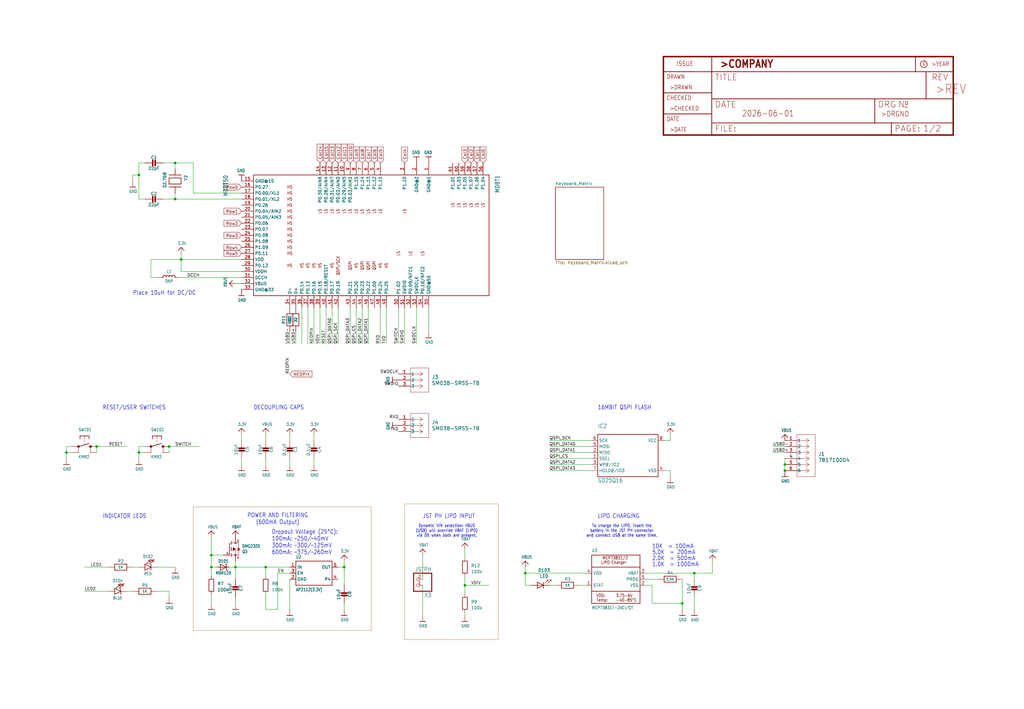
<source format=kicad_sch>
(kicad_sch (version 20231120) (generator "eeschema") (generator_version "8.0")
  (paper "User" 430.809 298.45)
  (junction (at 73.66 68.58))
  (junction (at 58.42 73.66))
  (junction (at 195.58 246.38))
  (junction (at 220.98 241.3))
  (junction (at 330.2 198.12))
  (junction (at 76.2 109.22))
  (junction (at 73.66 83.82))
  (junction (at 71.12 187.96))
  (junction (at 27.94 190.5))
  (junction (at 287.02 254))
  (junction (at 292.1 241.3))
  (junction (at 330.2 195.58))
  (junction (at 144.78 238.76))
  (junction (at 99.06 238.76))
  (junction (at 58.42 190.5))
  (junction (at 88.9 238.76))
  (junction (at 111.76 238.76))
  (junction (at 88.9 233.68))
  (junction (at 40.64 187.96))
  (wire (pts (xy 170.18 129.54) (xy 170.18 144.78)))
  (wire (pts (xy 71.12 187.96) (xy 83.82 187.96)) (stroke (width 0.1524)))
  (wire (pts (xy 55.88 76.2) (xy 55.88 73.66)) (stroke (width 0.1524)))
  (wire (pts (xy 292.1 241.3) (xy 271.78 241.3)) (stroke (width 0.1524)))
  (wire (pts (xy 132.08 185.42) (xy 132.08 182.88)) (stroke (width 0.1524)))
  (wire (pts (xy 101.6 185.42) (xy 101.6 182.88)) (stroke (width 0.1524)))
  (wire (pts (xy 81.28 68.58) (xy 73.66 68.58)) (stroke (width 0.1524)))
  (wire (pts (xy 231.14 246.38) (xy 233.68 246.38)) (stroke (width 0.1524)))
  (wire (pts (xy 53.34 248.92) (xy 55.88 248.92)) (stroke (width 0.1524)))
  (wire (pts (xy 279.4 185.42) (xy 281.94 185.42)) (stroke (width 0.1524)))
  (wire (pts (xy 99.06 238.76) (xy 111.76 238.76)) (stroke (width 0.1524)))
  (wire (pts (xy 73.66 68.58) (xy 73.66 71.12)) (stroke (width 0.1524)))
  (wire (pts (xy 144.78 238.76) (xy 144.78 236.22)) (stroke (width 0.1524)))
  (wire (pts (xy 299.72 236.22) (xy 299.72 241.3)) (stroke (width 0.1524)))
  (wire (pts (xy 281.94 185.42) (xy 281.94 182.88)) (stroke (width 0.1524)))
  (wire (pts (xy 63.5 109.22) (xy 76.2 109.22)) (stroke (width 0.1524)))
  (wire (pts (xy 195.58 246.38) (xy 195.58 250.19)) (stroke (width 0.1524)))
  (wire (pts (xy 292.1 241.3) (xy 299.72 241.3)) (stroke (width 0.1524)))
  (wire (pts (xy 147.32 144.78) (xy 147.32 129.54)) (stroke (width 0.1524)))
  (wire (pts (xy 248.92 185.42) (xy 231.14 185.42)) (stroke (width 0.1524)))
  (wire (pts (xy 63.5 116.84) (xy 63.5 109.22)) (stroke (width 0.1524)))
  (wire (pts (xy 88.9 238.76) (xy 88.9 242.57)) (stroke (width 0.1524)))
  (wire (pts (xy 45.72 248.92) (xy 35.56 248.92)) (stroke (width 0.1524)))
  (wire (pts (xy 116.84 256.54) (xy 111.76 256.54)) (stroke (width 0.1524)))
  (wire (pts (xy 99.06 236.22) (xy 99.06 238.76)) (stroke (width 0.1524)))
  (wire (pts (xy 60.96 190.5) (xy 58.42 190.5)) (stroke (width 0.1524)))
  (wire (pts (xy 40.64 187.96) (xy 40.64 190.5)) (stroke (width 0.1524)))
  (wire (pts (xy 220.98 241.3) (xy 246.38 241.3)) (stroke (width 0.1524)))
  (wire (pts (xy 88.9 250.19) (xy 88.9 251.46)))
  (wire (pts (xy 71.12 248.92) (xy 71.12 251.46)) (stroke (width 0.1524)))
  (wire (pts (xy 76.2 114.3) (xy 76.2 109.22)) (stroke (width 0.1524)))
  (wire (pts (xy 58.42 68.58) (xy 58.42 73.66)) (stroke (width 0.1524)))
  (wire (pts (xy 88.9 238.76) (xy 88.9 233.68)) (stroke (width 0.1524)))
  (wire (pts (xy 144.78 246.38) (xy 144.78 238.76)) (stroke (width 0.1524)))
  (wire (pts (xy 66.04 116.84) (xy 63.5 116.84)) (stroke (width 0.1524)))
  (wire (pts (xy 73.66 238.76) (xy 66.04 238.76)) (stroke (width 0.1524)))
  (wire (pts (xy 325.12 190.5) (xy 330.2 190.5)))
  (wire (pts (xy 121.92 144.78) (xy 121.92 139.7)) (stroke (width 0.1524)))
  (wire (pts (xy 177.8 233.68) (xy 177.8 243.84)) (stroke (width 0.1524)))
  (wire (pts (xy 121.92 193.04) (xy 121.92 195.58)) (stroke (width 0.1524)))
  (wire (pts (xy 30.48 187.96) (xy 27.94 187.96)) (stroke (width 0.1524)))
  (wire (pts (xy 271.78 243.84) (xy 276.86 243.84)) (stroke (width 0.1524)))
  (wire (pts (xy 330.2 193.04) (xy 330.2 195.58)))
  (wire (pts (xy 177.8 259.08) (xy 177.8 246.38)) (stroke (width 0.1524)))
  (wire (pts (xy 195.58 231.14) (xy 195.58 234.95)) (stroke (width 0.1524)))
  (wire (pts (xy 111.76 185.42) (xy 111.76 182.88)) (stroke (width 0.1524)))
  (wire (pts (xy 45.72 238.76) (xy 35.56 238.76)) (stroke (width 0.1524)))
  (wire (pts (xy 58.42 238.76) (xy 55.88 238.76)) (stroke (width 0.1524)))
  (wire (pts (xy 271.78 246.38) (xy 274.32 246.38)) (stroke (width 0.1524)))
  (wire (pts (xy 195.58 242.57) (xy 195.58 246.38)) (stroke (width 0.1524)))
  (wire (pts (xy 71.12 187.96) (xy 71.12 190.5)) (stroke (width 0.1524)))
  (wire (pts (xy 111.76 193.04) (xy 111.76 195.58)) (stroke (width 0.1524)))
  (wire (pts (xy 81.28 81.28) (xy 81.28 68.58)) (stroke (width 0.1524)))
  (wire (pts (xy 330.2 195.58) (xy 330.2 198.12)))
  (wire (pts (xy 30.48 190.5) (xy 27.94 190.5)) (stroke (width 0.1524)))
  (wire (pts (xy 231.14 190.5) (xy 248.92 190.5)) (stroke (width 0.1524)))
  (wire (pts (xy 27.94 187.96) (xy 27.94 190.5)) (stroke (width 0.1524)))
  (wire (pts (xy 132.08 129.54) (xy 132.08 144.78)) (stroke (width 0.1524)))
  (wire (pts (xy 93.98 233.68) (xy 88.9 233.68)) (stroke (width 0.1524)))
  (wire (pts (xy 139.7 144.78) (xy 139.7 129.54)) (stroke (width 0.1524)))
  (wire (pts (xy 195.58 246.38) (xy 205.74 246.38)) (stroke (width 0.1524)))
  (wire (pts (xy 248.92 187.96) (xy 231.14 187.96)) (stroke (width 0.1524)))
  (wire (pts (xy 58.42 73.66) (xy 58.42 83.82)) (stroke (width 0.1524)))
  (wire (pts (xy 55.88 73.66) (xy 58.42 73.66)) (stroke (width 0.1524)))
  (wire (pts (xy 142.24 238.76) (xy 144.78 238.76)) (stroke (width 0.1524)))
  (wire (pts (xy 88.9 233.68) (xy 88.9 226.06)) (stroke (width 0.1524)))
  (wire (pts (xy 175.26 129.54) (xy 175.26 144.78)))
  (wire (pts (xy 121.92 238.76) (xy 111.76 238.76)) (stroke (width 0.1524)))
  (wire (pts (xy 325.12 187.96) (xy 330.2 187.96)))
  (wire (pts (xy 121.92 243.84) (xy 121.92 256.54)) (stroke (width 0.1524)))
  (wire (pts (xy 129.54 129.54) (xy 129.54 144.78)) (stroke (width 0.1524)))
  (wire (pts (xy 96.52 238.76) (xy 99.06 238.76)) (stroke (width 0.1524)))
  (wire (pts (xy 101.6 109.22) (xy 76.2 109.22)) (stroke (width 0.1524)))
  (wire (pts (xy 60.96 68.58) (xy 58.42 68.58)) (stroke (width 0.1524)))
  (wire (pts (xy 231.14 195.58) (xy 248.92 195.58)) (stroke (width 0.1524)))
  (wire (pts (xy 88.9 254) (xy 88.9 251.46)) (stroke (width 0.1524)))
  (wire (pts (xy 66.04 248.92) (xy 71.12 248.92)) (stroke (width 0.1524)))
  (wire (pts (xy 58.42 187.96) (xy 58.42 190.5)) (stroke (width 0.1524)))
  (wire (pts (xy 58.42 190.5) (xy 58.42 193.04)) (stroke (width 0.1524)))
  (wire (pts (xy 287.02 254) (xy 287.02 256.54)) (stroke (width 0.1524)))
  (wire (pts (xy 162.56 129.54) (xy 162.56 144.78)) (stroke (width 0.1524)))
  (wire (pts (xy 27.94 190.5) (xy 27.94 193.04)) (stroke (width 0.1524)))
  (wire (pts (xy 101.6 83.82) (xy 73.66 83.82)) (stroke (width 0.1524)))
  (wire (pts (xy 160.02 129.54) (xy 160.02 144.78)) (stroke (width 0.1524)))
  (wire (pts (xy 134.62 129.54) (xy 134.62 144.78)) (stroke (width 0.1524)))
  (wire (pts (xy 111.76 256.54) (xy 111.76 251.46)) (stroke (width 0.1524)))
  (wire (pts (xy 274.32 246.38) (xy 274.32 254)) (stroke (width 0.1524)))
  (wire (pts (xy 231.14 193.04) (xy 248.92 193.04)) (stroke (width 0.1524)))
  (wire (pts (xy 149.86 144.78) (xy 149.86 129.54)) (stroke (width 0.1524)))
  (wire (pts (xy 243.84 246.38) (xy 246.38 246.38)) (stroke (width 0.1524)))
  (wire (pts (xy 121.92 241.3) (xy 116.84 241.3)) (stroke (width 0.1524)))
  (wire (pts (xy 142.24 144.78) (xy 142.24 129.54)) (stroke (width 0.1524)))
  (wire (pts (xy 223.52 246.38) (xy 220.98 246.38)) (stroke (width 0.1524)))
  (wire (pts (xy 279.4 198.12) (xy 281.94 198.12)) (stroke (width 0.1524)))
  (wire (pts (xy 180.34 139.7) (xy 180.34 129.54)) (stroke (width 0.1524)))
  (wire (pts (xy 60.96 187.96) (xy 58.42 187.96)) (stroke (width 0.1524)))
  (wire (pts (xy 73.66 83.82) (xy 73.66 81.28)) (stroke (width 0.1524)))
  (wire (pts (xy 124.46 139.7) (xy 124.46 144.78)) (stroke (width 0.1524)))
  (wire (pts (xy 111.76 238.76) (xy 111.76 242.57)) (stroke (width 0.1524)))
  (wire (pts (xy 68.58 83.82) (xy 73.66 83.82)) (stroke (width 0.1524)))
  (wire (pts (xy 101.6 116.84) (xy 76.2 116.84)) (stroke (width 0.1524)))
  (wire (pts (xy 58.42 83.82) (xy 60.96 83.82)) (stroke (width 0.1524)))
  (wire (pts (xy 99.06 251.46) (xy 99.06 254)) (stroke (width 0.1524)))
  (wire (pts (xy 127 129.54) (xy 127 144.78)) (stroke (width 0.1524)))
  (wire (pts (xy 121.92 185.42) (xy 121.92 182.88)) (stroke (width 0.1524)))
  (wire (pts (xy 137.16 129.54) (xy 137.16 144.78)))
  (wire (pts (xy 132.08 193.04) (xy 132.08 195.58)) (stroke (width 0.1524)))
  (wire (pts (xy 231.14 198.12) (xy 248.92 198.12)) (stroke (width 0.1524)))
  (wire (pts (xy 68.58 68.58) (xy 73.66 68.58)) (stroke (width 0.1524)))
  (wire (pts (xy 292.1 251.46) (xy 292.1 256.54)) (stroke (width 0.1524)))
  (wire (pts (xy 220.98 246.38) (xy 220.98 241.3)) (stroke (width 0.1524)))
  (wire (pts (xy 281.94 198.12) (xy 281.94 200.66)) (stroke (width 0.1524)))
  (wire (pts (xy 101.6 193.04) (xy 101.6 195.58)) (stroke (width 0.1524)))
  (wire (pts (xy 40.64 187.96) (xy 53.34 187.96)) (stroke (width 0.1524)))
  (wire (pts (xy 292.1 243.84) (xy 292.1 241.3)) (stroke (width 0.1524)))
  (wire (pts (xy 116.84 241.3) (xy 116.84 256.54)) (stroke (width 0.1524)))
  (wire (pts (xy 101.6 114.3) (xy 76.2 114.3)) (stroke (width 0.1524)))
  (wire (pts (xy 152.4 129.54) (xy 152.4 144.78)) (stroke (width 0.1524)))
  (wire (pts (xy 287.02 243.84) (xy 287.02 254)) (stroke (width 0.1524)))
  (wire (pts (xy 220.98 238.76) (xy 220.98 241.3)) (stroke (width 0.1524)))
  (wire (pts (xy 76.2 109.22) (xy 76.2 106.68)) (stroke (width 0.1524)))
  (wire (pts (xy 101.6 119.38) (xy 99.06 119.38)) (stroke (width 0.1524)))
  (wire (pts (xy 154.94 129.54) (xy 154.94 144.78)) (stroke (width 0.1524)))
  (wire (pts (xy 81.28 81.28) (xy 101.6 81.28)) (stroke (width 0.1524)))
  (wire (pts (xy 167.64 129.54) (xy 167.64 144.78)) (stroke (width 0.1524)))
  (wire (pts (xy 91.44 238.76) (xy 88.9 238.76)) (stroke (width 0.1524)))
  (wire (pts (xy 99.06 243.84) (xy 99.06 238.76)) (stroke (width 0.1524)))
  (wire (pts (xy 111.76 250.19) (xy 111.76 251.46)))
  (wire (pts (xy 195.58 257.81) (xy 195.58 259.08)))
  (wire (pts (xy 274.32 254) (xy 287.02 254)) (stroke (width 0.1524)))
  (wire (pts (xy 144.78 254) (xy 144.78 256.54)) (stroke (width 0.1524)))
  (rectangle (start 170.18 212.09) (end 209.55 269.24) (stroke (width 0.1) (color 128 77 0 1)))
  (rectangle (start 81.28 213.36) (end 156.21 265.43) (stroke (width 0.1) (color 128 77 0 1)))
  (text "Dynamic VIN selection: VBUS\n(USB) will override VBAT (LIPO)\nvia D5 when both are present." (at 187.96 223.52 0) (effects (font (size 1.27 1.0795))))
  (text "To charge the LIPO, insert the\nbattery in the JST PH connector\nand connect USB at the same time." (at 261.62 223.52 0) (effects (font (size 1.27 1.0795))))
  (text "POWER AND FILTERING\n(600mA Output)" (at 116.84 220.98 0) (effects (font (size 1.778 1.5113)) (justify bottom)))
  (text "1.0K  = 1000mA" (at 274.32 238.76 0) (effects (font (size 1.778 1.5113)) (justify left bottom)))
  (text "Place 10uH for DC/DC" (at 55.88 124.46 0) (effects (font (size 1.778 1.5113)) (justify left bottom)))
  (text "INDICATOR LEDS" (at 43.18 218.44 0) (effects (font (size 1.778 1.5113)) (justify left bottom)))
  (text "5.0K  = 200mA" (at 274.32 233.68 0) (effects (font (size 1.778 1.5113)) (justify left bottom)))
  (text "JST PH LIPO INPUT" (at 177.8 218.44 0) (effects (font (size 1.778 1.5113)) (justify left bottom)))
  (text "LIPO CHARGING" (at 251.46 218.44 0) (effects (font (size 1.778 1.5113)) (justify left bottom)))
  (text "RESET/USER SWITCHES" (at 43.18 172.72 0) (effects (font (size 1.778 1.5113)) (justify left bottom)))
  (text "10K  = 100mA" (at 274.32 231.14 0) (effects (font (size 1.778 1.5113)) (justify left bottom)))
  (text "2.0K  = 500mA" (at 274.32 236.22 0) (effects (font (size 1.778 1.5113)) (justify left bottom)))
  (text "16MBIT QSPI FLASH" (at 251.46 172.72 0) (effects (font (size 1.778 1.5113)) (justify left bottom)))
  (text "Dropout Voltage (25°C):\n100mA: ~250/~40mV\n300mA: ~300/~125mV\n600mA: ~375/~260mV" (at 114.3 233.68 0) (effects (font (size 1.778 1.5113)) (justify left bottom)))
  (text "DECOUPLING CAPS" (at 106.68 172.72 0) (effects (font (size 1.778 1.5113)) (justify left bottom)))
  (label "QSPI_DATA1" (at 154.94 144.78 90) (effects (font (size 1.2446 1.2446))))
  (label "RXD" (at 160.02 144.78 90) (effects (font (size 1.2446 1.2446))))
  (label "TXD" (at 167.64 181.61 180) (effects (font (size 1.2446 1.2446))))
  (label "VDIV" (at 134.62 144.78 90) (effects (font (size 1.2446 1.2446))))
  (label "DCCH" (at 78.74 116.84 0) (effects (font (size 1.2446 1.2446))))
  (label "QSPI_CS" (at 231.14 193.04 0) (effects (font (size 1.2446 1.2446))))
  (label "RESET" (at 137.16 144.78 90) (effects (font (size 1.2446 1.2446))))
  (label "QSPI_DATA3" (at 147.32 144.78 90) (effects (font (size 1.2446 1.2446))))
  (label "TXD" (at 162.56 144.78 90) (effects (font (size 1.2446 1.2446))))
  (label "QSPI_DATA2" (at 231.14 195.58 0) (effects (font (size 1.2446 1.2446))))
  (label "QSPI_DATA0" (at 231.14 187.96 0) (effects (font (size 1.2446 1.2446))))
  (label "QSPI_SCK" (at 142.24 144.78 90) (effects (font (size 1.2446 1.2446))))
  (label "QSPI_DATA3" (at 231.14 198.12 0) (effects (font (size 1.2446 1.2446))))
  (label "SWDCLK" (at 175.26 144.78 90))
  (label "NEOPIX" (at 121.92 157.48 90) (effects (font (size 1.2446 1.2446))))
  (label "QSPI_DATA0" (at 139.7 144.78 90) (effects (font (size 1.2446 1.2446))))
  (label "SWITCH" (at 167.64 144.78 90) (effects (font (size 1.2446 1.2446))))
  (label "QSPI_DATA2" (at 152.4 144.78 90) (effects (font (size 1.2446 1.2446))))
  (label "LED2" (at 35.56 248.92 0) (effects (font (size 1.2446 1.2446))))
  (label "QSPI_CS" (at 149.86 144.78 90) (effects (font (size 1.2446 1.2446))))
  (label "USBD+" (at 124.46 144.78 90) (effects (font (size 1.2446 1.2446))))
  (label "QSPI_DATA1" (at 231.14 190.5 0) (effects (font (size 1.2446 1.2446))))
  (label "RESET" (at 45.72 187.96 0) (effects (font (size 1.2446 1.2446))))
  (label "SWDIO" (at 170.18 144.78 90))
  (label "USBD-" (at 325.12 187.96 0) (effects (font (size 1.2446 1.2446))))
  (label "USBD+" (at 325.12 190.5 0) (effects (font (size 1.2446 1.2446))))
  (label "NEOPIX" (at 132.08 144.78 90) (effects (font (size 1.2446 1.2446))))
  (label "SWITCH" (at 73.66 187.96 0) (effects (font (size 1.2446 1.2446))))
  (label "SWDIO" (at 167.64 162.56 180))
  (label "SWDCLK" (at 167.64 157.48 180))
  (label "VDIV" (at 198.12 246.38 0) (effects (font (size 1.2446 1.2446))))
  (label "EN" (at 116.84 241.3 0) (effects (font (size 1.2446 1.2446))))
  (label "LED1" (at 38.1 238.76 0) (effects (font (size 1.2446 1.2446))))
  (label "RXD" (at 167.64 176.53 180) (effects (font (size 1.2446 1.2446))))
  (label "USBD-" (at 121.92 144.78 90) (effects (font (size 1.2446 1.2446))))
  (label "QSPI_SCK" (at 231.14 185.42 0) (effects (font (size 1.2446 1.2446))))
  (global_label "Col10" (shape input) (at 147.32 68.58 90) (property "Intersheetrefs" "${INTERSHEET_REFS}" (effects (hide yes))))
  (global_label "Col11" (shape input) (at 144.78 68.58 90) (property "Intersheetrefs" "${INTERSHEET_REFS}" (effects (hide yes))))
  (global_label "NEOPIX" (shape input) (at 121.92 157.48 0) (property "Intersheetrefs" "${INTERSHEET_REFS}" (effects (hide yes))))
  (global_label "Row4" (shape input) (at 101.6 104.14 180) (property "Intersheetrefs" "${INTERSHEET_REFS}" (effects (hide yes))))
  (global_label "Col12" (shape input) (at 142.24 68.58 90) (property "Intersheetrefs" "${INTERSHEET_REFS}" (effects (hide yes))))
  (global_label "Col8" (shape input) (at 152.4 68.58 90) (property "Intersheetrefs" "${INTERSHEET_REFS}" (effects (hide yes))))
  (global_label "Col5" (shape input) (at 160.02 68.58 90) (property "Intersheetrefs" "${INTERSHEET_REFS}" (effects (hide yes))))
  (global_label "Col7" (shape input) (at 154.94 68.58 90) (property "Intersheetrefs" "${INTERSHEET_REFS}" (effects (hide yes))))
  (global_label "Row3" (shape input) (at 101.6 99.06 180) (property "Intersheetrefs" "${INTERSHEET_REFS}" (effects (hide yes))))
  (global_label "Row0" (shape input) (at 101.6 78.74 180) (property "Intersheetrefs" "${INTERSHEET_REFS}" (effects (hide yes))))
  (global_label "Col9" (shape input) (at 149.86 68.58 90) (property "Intersheetrefs" "${INTERSHEET_REFS}" (effects (hide yes))))
  (global_label "Row2" (shape input) (at 101.6 93.98 180) (property "Intersheetrefs" "${INTERSHEET_REFS}" (effects (hide yes))))
  (global_label "Col13" (shape input) (at 139.7 68.58 90) (property "Intersheetrefs" "${INTERSHEET_REFS}" (effects (hide yes))))
  (global_label "Col14" (shape input) (at 134.62 68.58 90) (property "Intersheetrefs" "${INTERSHEET_REFS}" (effects (hide yes))))
  (global_label "Col6" (shape input) (at 157.48 68.58 90) (property "Intersheetrefs" "${INTERSHEET_REFS}" (effects (hide yes))))
  (global_label "Col2" (shape input) (at 198.12 68.58 90) (property "Intersheetrefs" "${INTERSHEET_REFS}" (effects (hide yes))))
  (global_label "Col15" (shape input) (at 137.16 68.58 90) (property "Intersheetrefs" "${INTERSHEET_REFS}" (effects (hide yes))))
  (global_label "Col3" (shape input) (at 195.58 68.58 90) (property "Intersheetrefs" "${INTERSHEET_REFS}" (effects (hide yes))))
  (global_label "Row5" (shape input) (at 101.6 106.68 180) (property "Intersheetrefs" "${INTERSHEET_REFS}" (effects (hide yes))))
  (global_label "Col1" (shape input) (at 200.66 68.58 90) (property "Intersheetrefs" "${INTERSHEET_REFS}" (effects (hide yes))))
  (global_label "Col0" (shape input) (at 203.2 68.58 90) (property "Intersheetrefs" "${INTERSHEET_REFS}" (effects (hide yes))))
  (global_label "Row1" (shape input) (at 101.6 88.9 180) (property "Intersheetrefs" "${INTERSHEET_REFS}" (effects (hide yes))))
  (global_label "Col4" (shape input) (at 170.18 68.58 90) (property "Intersheetrefs" "${INTERSHEET_REFS}" (effects (hide yes))))
  (symbol (lib_id "Adafruit nRF52840 Bluefruit Feather Express Rev D-eagle-import:MOSFET-P") (at 99.06 231.14 0) (mirror x) (unit 1)
    (property "Reference" "Q3" (at 101.854 231.521 0) (effects (font (size 1.27 1.0795)) (justify left bottom)))
    (property "Value" "DMG2305" (at 101.854 229.235 0) (effects (font (size 1.27 1.0795)) (justify left bottom)))
    (property "Footprint" "Adafruit nRF52840 Bluefruit Feather Express Rev D:SOT23-R" (effects (hide yes)))
  )
  (symbol (lib_id "Adafruit nRF52840 Bluefruit Feather Express Rev D-eagle-import:VBAT") (at 99.06 223.52 0) (unit 1)
    (property "Reference" "#U$043" (effects (hide yes)))
    (property "Value" "VBAT" (at 97.536 222.504 0) (effects (font (size 1.27 1.0795)) (justify left bottom)))
  )
  (symbol (lib_id "Adafruit nRF52840 Bluefruit Feather Express Rev D-eagle-import:VBAT") (at 195.58 228.6 0) (unit 1)
    (property "Reference" "#U$058" (effects (hide yes)))
    (property "Value" "VBAT" (at 194.056 227.584 0) (effects (font (size 1.27 1.0795)) (justify left bottom)))
  )
  (symbol (lib_id "Adafruit nRF52840 Bluefruit Feather Express Rev D-eagle-import:VBUS") (at 96.52 119.38 90) (unit 1)
    (property "Reference" "#U$023" (effects (hide yes)))
    (property "Value" "VBUS" (at 95.504 120.904 0) (effects (font (size 1.27 1.0795)) (justify left bottom)))
  )
  (symbol (lib_id "Adafruit nRF52840 Bluefruit Feather Express Rev D-eagle-import:LED0805_NOOUTLINE") (at 63.5 238.76 0) (unit 1)
    (property "Reference" "D102" (at 62.23 234.315 0) (effects (font (size 1.27 1.0795))))
    (property "Value" "RED" (at 62.23 241.554 0) (effects (font (size 1.27 1.0795))))
    (property "Footprint" "Adafruit nRF52840 Bluefruit Feather Express Rev D:CHIPLED_0805_NOOUTLINE" (effects (hide yes)))
  )
  (symbol (lib_id "Adafruit nRF52840 Bluefruit Feather Express Rev D-eagle-import:GND") (at 99.06 256.54 0) (unit 1)
    (property "Reference" "#U$04" (effects (hide yes)))
    (property "Value" "GND" (at 97.536 259.08 0) (effects (font (size 1.27 1.0795)) (justify left bottom)))
  )
  (symbol (lib_id "Adafruit nRF52840 Bluefruit Feather Express Rev D-eagle-import:CAP_CERAMIC0603_NO") (at 132.08 187.96 180) (unit 1)
    (property "Reference" "C4" (at 134.37 189.21 90))
    (property "Value" "0.1uF" (at 129.78 189.21 90))
    (property "Footprint" "Adafruit nRF52840 Bluefruit Feather Express Rev D:0603-NO" (effects (hide yes)))
  )
  (symbol (lib_id "2023-09-18_17-26-43:781710004") (at 330.2 185.42 0) (unit 1)
    (property "Reference" "J1" (at 344.17 191.135 0) (effects (font (size 1.524 1.524)) (justify left)))
    (property "Value" "781710004" (at 344.17 193.675 0) (effects (font (size 1.524 1.524)) (justify left)))
    (property "Footprint" "CON_781710004" (effects (hide yes)))
    (property "Datasheet" "781710004" (effects (hide yes)))
  )
  (symbol (lib_id "Adafruit nRF52840 Bluefruit Feather Express Rev D-eagle-import:3.3V") (at 76.2 104.14 0) (unit 1)
    (property "Reference" "#U$047" (effects (hide yes)))
    (property "Value" "3.3V" (at 74.676 103.124 0) (effects (font (size 1.27 1.0795)) (justify left bottom)))
  )
  (symbol (lib_id "Adafruit nRF52840 Bluefruit Feather Express Rev D-eagle-import:RESISTOR_0603_NOOUT") (at 281.94 243.84 0) (unit 1)
    (property "Reference" "R4" (at 281.94 241.3 0))
    (property "Value" "1.4k" (at 281.94 243.84 0) (effects (font (size 1.016 1.016) (bold yes))))
    (property "Footprint" "Adafruit nRF52840 Bluefruit Feather Express Rev D:0603-NO" (effects (hide yes)))
  )
  (symbol (lib_id "Adafruit nRF52840 Bluefruit Feather Express Rev D-eagle-import:GND") (at 121.92 198.12 0) (unit 1)
    (property "Reference" "#U$034" (effects (hide yes)))
    (property "Value" "GND" (at 120.396 200.66 0) (effects (font (size 1.27 1.0795)) (justify left bottom)))
  )
  (symbol (lib_id "Adafruit nRF52840 Bluefruit Feather Express Rev D-eagle-import:VBUS") (at 220.98 236.22 0) (unit 1)
    (property "Reference" "#U$038" (effects (hide yes)))
    (property "Value" "VBUS" (at 219.456 235.204 0) (effects (font (size 1.27 1.0795)) (justify left bottom)))
  )
  (symbol (lib_id "Adafruit nRF52840 Bluefruit Feather Express Rev D-eagle-import:GND") (at 281.94 203.2 0) (unit 1)
    (property "Reference" "#U$056" (effects (hide yes)))
    (property "Value" "GND" (at 280.416 205.74 0) (effects (font (size 1.27 1.0795)) (justify left bottom)))
  )
  (symbol (lib_id "2024-03-25_01-24-54:SM03B-SRSS-TB") (at 167.64 157.48 0) (unit 1)
    (property "Reference" "J3" (at 181.61 158.7499 0) (effects (font (size 1.524 1.524)) (justify left)))
    (property "Value" "SM03B-SRSS-TB" (at 181.61 161.2899 0) (effects (font (size 1.524 1.524)) (justify left)))
    (property "Footprint" "footprints:CONN_SM03B-SRSS-TB_JST" (effects (hide yes)))
    (property "Datasheet" "SM03B-SRSS-TB" (effects (hide yes)))
  )
  (symbol (lib_id "Adafruit nRF52840 Bluefruit Feather Express Rev D-eagle-import:3.3V") (at 132.08 180.34 0) (unit 1)
    (property "Reference" "#U$035" (effects (hide yes)))
    (property "Value" "3.3V" (at 130.556 179.324 0) (effects (font (size 1.27 1.0795)) (justify left bottom)))
  )
  (symbol (lib_id "Adafruit nRF52840 Bluefruit Feather Express Rev D-eagle-import:GND") (at 330.2 200.66 0) (unit 1)
    (property "Reference" "#U$018" (effects (hide yes)))
    (property "Value" "GND" (at 328.676 203.2 0) (effects (font (size 1.27 1.0795)) (justify left bottom)))
  )
  (symbol (lib_id "Adafruit nRF52840 Bluefruit Feather Express Rev D-eagle-import:VBAT") (at 177.8 231.14 0) (unit 1)
    (property "Reference" "#U$06" (effects (hide yes)))
    (property "Value" "VBAT" (at 176.276 230.124 0) (effects (font (size 1.27 1.0795)) (justify left bottom)))
  )
  (symbol (lib_id "Adafruit nRF52840 Bluefruit Feather Express Rev D-eagle-import:GND") (at 88.9 256.54 0) (unit 1)
    (property "Reference" "#U$044" (effects (hide yes)))
    (property "Value" "GND" (at 87.376 259.08 0) (effects (font (size 1.27 1.0795)) (justify left bottom)))
  )
  (symbol (lib_id "Adafruit nRF52840 Bluefruit Feather Express Rev D-eagle-import:LED0805_NOOUTLINE") (at 50.8 248.92 0) (unit 1)
    (property "Reference" "D104" (at 49.53 244.475 0) (effects (font (size 1.27 1.0795))))
    (property "Value" "BLUE" (at 49.53 251.714 0) (effects (font (size 1.27 1.0795))))
    (property "Footprint" "Adafruit nRF52840 Bluefruit Feather Express Rev D:CHIPLED_0805_NOOUTLINE" (effects (hide yes)))
  )
  (symbol (lib_id "Adafruit nRF52840 Bluefruit Feather Express Rev D-eagle-import:FRAME_A3") (at 279.4 58.42 0) (unit 3)
    (property "Reference" "#FRAME1" (effects (hide yes)))
    (property "Value" "FRAME_A3" (effects (hide yes)))
  )
  (symbol (lib_id "Device:R") (at 195.58 238.76 0) (unit 1)
    (property "Reference" "R12" (at 198.12 238.125 0) (effects (justify left)))
    (property "Value" "100k" (at 198.12 240.665 0) (effects (justify left)))
    (property "Footprint" "Resistor_SMD:R_0603_1608Metric" (effects (hide yes)))
  )
  (symbol (lib_id "Adafruit nRF52840 Bluefruit Feather Express Rev D-eagle-import:MDBT50") (at 157.48 99.06 270) (unit 1)
    (property "Reference" "MDBT1" (at 208.28 73.66 0) (effects (font (size 1.778 1.5113)) (justify left bottom)))
    (property "Value" "MDBT50" (at 93.98 73.66 0) (effects (font (size 1.778 1.5113)) (justify left bottom)))
    (property "Footprint" "Adafruit nRF52840 Bluefruit Feather Express Rev D:MDBT50" (effects (hide yes)))
  )
  (symbol (lib_id "Adafruit nRF52840 Bluefruit Feather Express Rev D-eagle-import:XTAL-3.2X1.5") (at 73.66 76.2 270) (unit 1)
    (property "Reference" "Y2" (at 77.47 73.66 0) (effects (justify left bottom)))
    (property "Value" "32.768" (at 68.58 72.39 0) (effects (justify left bottom)))
    (property "Footprint" "Adafruit nRF52840 Bluefruit Feather Express Rev D:XTAL3215" (effects (hide yes)))
  )
  (symbol (lib_id "Adafruit nRF52840 Bluefruit Feather Express Rev D-eagle-import:GND") (at 121.92 259.08 0) (unit 1)
    (property "Reference" "#U$030" (effects (hide yes)))
    (property "Value" "GND" (at 120.396 261.62 0) (effects (font (size 1.27 1.0795)) (justify left bottom)))
  )
  (symbol (lib_id "Adafruit nRF52840 Bluefruit Feather Express Rev D-eagle-import:3.3V") (at 144.78 233.68 0) (unit 1)
    (property "Reference" "#U$011" (effects (hide yes)))
    (property "Value" "3.3V" (at 143.256 232.664 0) (effects (font (size 1.27 1.0795)) (justify left bottom)))
  )
  (symbol (lib_id "Adafruit nRF52840 Bluefruit Feather Express Rev D-eagle-import:CAP_CERAMIC0805-NOOUTLINE") (at 99.06 246.38 180) (unit 1)
    (property "Reference" "C7" (at 101.35 247.63 90))
    (property "Value" "10uF" (at 96.76 247.63 90))
    (property "Footprint" "Adafruit nRF52840 Bluefruit Feather Express Rev D:0805-NO" (effects (hide yes)))
  )
  (symbol (lib_id "Adafruit nRF52840 Bluefruit Feather Express Rev D-eagle-import:RESISTOR_0603_NOOUT") (at 124.46 134.62 90) (unit 1)
    (property "Reference" "R10" (at 121.92 134.62 0))
    (property "Value" "22" (at 124.46 134.62 0) (effects (font (size 1.016 1.016) (bold yes))))
    (property "Footprint" "Adafruit nRF52840 Bluefruit Feather Express Rev D:0603-NO" (effects (hide yes)))
  )
  (symbol (lib_id "Adafruit nRF52840 Bluefruit Feather Express Rev D-eagle-import:INDUCTOR_0805MP") (at 71.12 116.84 0) (unit 1)
    (property "Reference" "L1" (at 71.12 114.3 0) (effects (font (size 1.27 1.0795))))
    (property "Value" "DNP" (at 71.12 118.38 0) (effects (font (size 1.27 1.0795))))
    (property "Footprint" "Adafruit nRF52840 Bluefruit Feather Express Rev D:_0805MP" (effects (hide yes)))
  )
  (symbol (lib_id "Adafruit nRF52840 Bluefruit Feather Express Rev D-eagle-import:CAP_CERAMIC0603_NO") (at 63.5 83.82 270) (unit 1)
    (property "Reference" "C2" (at 64.75 81.53 90))
    (property "Value" "22pF" (at 64.75 86.12 90))
    (property "Footprint" "Adafruit nRF52840 Bluefruit Feather Express Rev D:0603-NO" (effects (hide yes)))
  )
  (symbol (lib_id "Adafruit nRF52840 Bluefruit Feather Express Rev D-eagle-import:SPIFLASH_8PINUX") (at 264.16 193.04 0) (unit 1)
    (property "Reference" "IC2" (at 251.46 180.34 0) (effects (font (size 1.778 1.5113)) (justify left bottom)))
    (property "Value" "GD25Q16" (at 251.46 203.2 0) (effects (font (size 1.778 1.5113)) (justify left bottom)))
    (property "Footprint" "Adafruit nRF52840 Bluefruit Feather Express Rev D:USON8" (effects (hide yes)))
  )
  (symbol (lib_id "Adafruit nRF52840 Bluefruit Feather Express Rev D-eagle-import:CAP_CERAMIC0805-NOOUTLINE") (at 111.76 187.96 180) (unit 1)
    (property "Reference" "C6" (at 114.05 189.21 90))
    (property "Value" "10uF" (at 109.46 189.21 90))
    (property "Footprint" "Adafruit nRF52840 Bluefruit Feather Express Rev D:0805-NO" (effects (hide yes)))
  )
  (symbol (lib_id "Adafruit nRF52840 Bluefruit Feather Express Rev D-eagle-import:VBAT") (at 299.72 233.68 0) (unit 1)
    (property "Reference" "#U$03" (effects (hide yes)))
    (property "Value" "VBAT" (at 298.196 232.664 0) (effects (font (size 1.27 1.0795)) (justify left bottom)))
  )
  (symbol (lib_id "Adafruit nRF52840 Bluefruit Feather Express Rev D-eagle-import:RESISTOR_0603_NOOUT") (at 60.96 248.92 0) (unit 1)
    (property "Reference" "R5" (at 60.96 246.38 0))
    (property "Value" "1K" (at 60.96 248.92 0) (effects (font (size 1.016 1.016) (bold yes))))
    (property "Footprint" "Adafruit nRF52840 Bluefruit Feather Express Rev D:0603-NO" (effects (hide yes)))
  )
  (symbol (lib_id "Adafruit nRF52840 Bluefruit Feather Express Rev D-eagle-import:GND") (at 73.66 241.3 0) (unit 1)
    (property "Reference" "#U$015" (effects (hide yes)))
    (property "Value" "GND" (at 72.136 243.84 0) (effects (font (size 1.27 1.0795)) (justify left bottom)))
  )
  (symbol (lib_id "Adafruit nRF52840 Bluefruit Feather Express Rev D-eagle-import:3.3V") (at 101.6 180.34 0) (unit 1)
    (property "Reference" "#U$022" (effects (hide yes)))
    (property "Value" "3.3V" (at 100.076 179.324 0) (effects (font (size 1.27 1.0795)) (justify left bottom)))
  )
  (symbol (lib_id "Adafruit nRF52840 Bluefruit Feather Express Rev D-eagle-import:GND") (at 27.94 195.58 0) (unit 1)
    (property "Reference" "#U$02" (effects (hide yes)))
    (property "Value" "GND" (at 26.416 198.12 0) (effects (font (size 1.27 1.0795)) (justify left bottom)))
  )
  (symbol (lib_id "Device:R") (at 88.9 246.38 0) (unit 1)
    (property "Reference" "R7" (at 91.44 245.745 0) (effects (justify left)))
    (property "Value" "100k" (at 91.44 248.285 0) (effects (justify left)))
    (property "Footprint" "Resistor_SMD:R_0603_1608Metric" (effects (hide yes)))
  )
  (symbol (lib_id "Adafruit nRF52840 Bluefruit Feather Express Rev D-eagle-import:CAP_CERAMIC0603_NO") (at 63.5 68.58 270) (unit 1)
    (property "Reference" "C1" (at 64.75 66.29 90))
    (property "Value" "22pF" (at 64.75 70.88 90))
    (property "Footprint" "Adafruit nRF52840 Bluefruit Feather Express Rev D:0603-NO" (effects (hide yes)))
  )
  (symbol (lib_id "Adafruit nRF52840 Bluefruit Feather Express Rev D-eagle-import:CON_JST_PH_2PIN") (at 175.26 243.84 180) (unit 1)
    (property "Reference" "X3" (at 181.61 249.555 0) (effects (font (size 1.778 1.5113)) (justify left bottom)))
    (property "Value" "JSTPH" (at 181.61 238.76 0) (effects (font (size 1.778 1.5113)) (justify left bottom)))
    (property "Footprint" "Adafruit nRF52840 Bluefruit Feather Express Rev D:JSTPH2" (effects (hide yes)))
  )
  (symbol (lib_id "Adafruit nRF52840 Bluefruit Feather Express Rev D-eagle-import:RESISTOR_0603_NOOUT") (at 50.8 238.76 0) (unit 1)
    (property "Reference" "R2" (at 50.8 236.22 0))
    (property "Value" "1K" (at 50.8 238.76 0) (effects (font (size 1.016 1.016) (bold yes))))
    (property "Footprint" "Adafruit nRF52840 Bluefruit Feather Express Rev D:0603-NO" (effects (hide yes)))
  )
  (symbol (lib_id "Device:R") (at 195.58 254 0) (unit 1)
    (property "Reference" "R9" (at 198.12 253.365 0) (effects (justify left)))
    (property "Value" "100k" (at 198.12 255.905 0) (effects (justify left)))
    (property "Footprint" "Resistor_SMD:R_0603_1608Metric" (effects (hide yes)))
  )
  (symbol (lib_id "Adafruit nRF52840 Bluefruit Feather Express Rev D-eagle-import:GND") (at 111.76 198.12 0) (unit 1)
    (property "Reference" "#U$025" (effects (hide yes)))
    (property "Value" "GND" (at 110.236 200.66 0) (effects (font (size 1.27 1.0795)) (justify left bottom)))
  )
  (symbol (lib_id "Adafruit nRF52840 Bluefruit Feather Express Rev D-eagle-import:CAP_CERAMIC0805-NOOUTLINE") (at 101.6 187.96 180) (unit 1)
    (property "Reference" "C5" (at 103.89 189.21 90))
    (property "Value" "10uF" (at 99.3 189.21 90))
    (property "Footprint" "Adafruit nRF52840 Bluefruit Feather Express Rev D:0805-NO" (effects (hide yes)))
  )
  (symbol (lib_id "Adafruit nRF52840 Bluefruit Feather Express Rev D-eagle-import:GND") (at 101.6 124.46 0) (unit 1)
    (property "Reference" "#U$048" (effects (hide yes)))
    (property "Value" "GND" (at 100.076 127 0) (effects (font (size 1.27 1.0795)) (justify left bottom)))
  )
  (symbol (lib_id "Adafruit nRF52840 Bluefruit Feather Express Rev D-eagle-import:3.3V") (at 281.94 180.34 0) (unit 1)
    (property "Reference" "#U$055" (effects (hide yes)))
    (property "Value" "3.3V" (at 280.416 179.324 0) (effects (font (size 1.27 1.0795)) (justify left bottom)))
  )
  (symbol (lib_id "Adafruit nRF52840 Bluefruit Feather Express Rev D-eagle-import:GND") (at 58.42 195.58 0) (unit 1)
    (property "Reference" "#U$08" (effects (hide yes)))
    (property "Value" "GND" (at 56.896 198.12 0) (effects (font (size 1.27 1.0795)) (justify left bottom)))
  )
  (symbol (lib_id "Adafruit nRF52840 Bluefruit Feather Express Rev D-eagle-import:VREG_SOT23-5") (at 132.08 241.3 0) (unit 1)
    (property "Reference" "U2" (at 124.46 235.204 0) (effects (font (size 1.27 1.0795)) (justify left bottom)))
    (property "Value" "AP2112(3.3V)" (at 124.46 248.92 0) (effects (font (size 1.27 1.0795)) (justify left bottom)))
    (property "Footprint" "Adafruit nRF52840 Bluefruit Feather Express Rev D:SOT23-5" (effects (hide yes)))
  )
  (symbol (lib_id "Adafruit nRF52840 Bluefruit Feather Express Rev D-eagle-import:SWITCH_TACT_SMT4.6X2.8") (at 66.04 187.96 0) (unit 1)
    (property "Reference" "SW102" (at 63.5 181.61 0) (effects (font (size 1.27 1.0795)) (justify left bottom)))
    (property "Value" "KMR2" (at 63.5 193.04 0) (effects (font (size 1.27 1.0795)) (justify left bottom)))
    (property "Footprint" "Adafruit nRF52840 Bluefruit Feather Express Rev D:BTN_KMR2_4.6X2.8" (effects (hide yes)))
  )
  (symbol (lib_id "Adafruit nRF52840 Bluefruit Feather Express Rev D-eagle-import:GND") (at 177.8 261.62 0) (unit 1)
    (property "Reference" "#U$07" (effects (hide yes)))
    (property "Value" "GND" (at 176.276 264.16 0) (effects (font (size 1.27 1.0795)) (justify left bottom)))
  )
  (symbol (lib_id "Adafruit nRF52840 Bluefruit Feather Express Rev D-eagle-import:GND") (at 292.1 259.08 0) (unit 1)
    (property "Reference" "#U$033" (effects (hide yes)))
    (property "Value" "GND" (at 290.576 261.62 0) (effects (font (size 1.27 1.0795)) (justify left bottom)))
  )
  (symbol (lib_id "Adafruit nRF52840 Bluefruit Feather Express Rev D-eagle-import:RESISTOR_0603_NOOUT") (at 238.76 246.38 0) (unit 1)
    (property "Reference" "R3" (at 238.76 243.84 0))
    (property "Value" "1K" (at 238.76 246.38 0) (effects (font (size 1.016 1.016) (bold yes))))
    (property "Footprint" "Adafruit nRF52840 Bluefruit Feather Express Rev D:0603-NO" (effects (hide yes)))
  )
  (symbol (lib_id "Adafruit nRF52840 Bluefruit Feather Express Rev D-eagle-import:GND") (at 180.34 142.24 0) (unit 1)
    (property "Reference" "#U$054" (effects (hide yes)))
    (property "Value" "GND" (at 178.816 144.78 0) (effects (font (size 1.27 1.0795)) (justify left bottom)))
  )
  (symbol (lib_id "Adafruit nRF52840 Bluefruit Feather Express Rev D-eagle-import:VBUS") (at 88.9 223.52 0) (unit 1)
    (property "Reference" "#U$013" (effects (hide yes)))
    (property "Value" "VBUS" (at 87.376 222.504 0) (effects (font (size 1.27 1.0795)) (justify left bottom)))
  )
  (symbol (lib_id "Adafruit nRF52840 Bluefruit Feather Express Rev D-eagle-import:GND") (at 132.08 198.12 0) (unit 1)
    (property "Reference" "#U$031" (effects (hide yes)))
    (property "Value" "GND" (at 130.556 200.66 0) (effects (font (size 1.27 1.0795)) (justify left bottom)))
  )
  (symbol (lib_id "Adafruit nRF52840 Bluefruit Feather Express Rev D-eagle-import:GND") (at 144.78 259.08 0) (unit 1)
    (property "Reference" "#U$05" (effects (hide yes)))
    (property "Value" "GND" (at 143.256 261.62 0) (effects (font (size 1.27 1.0795)) (justify left bottom)))
  )
  (symbol (lib_id "Adafruit nRF52840 Bluefruit Feather Express Rev D-eagle-import:SWITCH_TACT_SMT4.6X2.8") (at 35.56 187.96 0) (unit 1)
    (property "Reference" "SW101" (at 33.02 181.61 0) (effects (font (size 1.27 1.0795)) (justify left bottom)))
    (property "Value" "KMR2" (at 33.02 193.04 0) (effects (font (size 1.27 1.0795)) (justify left bottom)))
    (property "Footprint" "Adafruit nRF52840 Bluefruit Feather Express Rev D:BTN_KMR2_4.6X2.8" (effects (hide yes)))
  )
  (symbol (lib_id "Adafruit nRF52840 Bluefruit Feather Express Rev D-eagle-import:GND") (at 71.12 254 0) (unit 1)
    (property "Reference" "#U$046" (effects (hide yes)))
    (property "Value" "GND" (at 69.596 256.54 0) (effects (font (size 1.27 1.0795)) (justify left bottom)))
  )
  (symbol (lib_id "Adafruit nRF52840 Bluefruit Feather Express Rev D-eagle-import:VBUS") (at 330.2 182.88 0) (unit 1)
    (property "Reference" "#U$01" (effects (hide yes)))
    (property "Value" "VBUS" (at 328.676 181.864 0) (effects (font (size 1.27 1.0795)) (justify left bottom)))
  )
  (symbol (lib_id "Device:LED") (at 227.33 246.38 180) (unit 1)
    (property "Reference" "D103" (at 228.9175 240.03 0))
    (property "Value" "LED" (at 228.9175 242.57 0))
    (property "Footprint" "Diode_SMD:D_0805_2012Metric_Pad1.15x1.40mm_HandSolder" (effects (hide yes)))
  )
  (symbol (lib_id "Adafruit nRF52840 Bluefruit Feather Express Rev D-eagle-import:GND") (at 175.26 66.04 180) (unit 1)
    (property "Reference" "#U$051" (effects (hide yes)))
    (property "Value" "GND" (at 176.784 63.5 0) (effects (font (size 1.27 1.0795)) (justify left bottom)))
  )
  (symbol (lib_id "2024-03-25_01-24-54:SM03B-SRSS-TB") (at 167.64 176.53 0) (unit 1)
    (property "Reference" "J4" (at 181.61 177.7999 0) (effects (font (size 1.524 1.524)) (justify left)))
    (property "Value" "SM03B-SRSS-TB" (at 181.61 180.3399 0) (effects (font (size 1.524 1.524)) (justify left)))
    (property "Footprint" "footprints:CONN_SM03B-SRSS-TB_JST" (effects (hide yes)))
    (property "Datasheet" "SM03B-SRSS-TB" (effects (hide yes)))
  )
  (symbol (lib_id "Adafruit nRF52840 Bluefruit Feather Express Rev D-eagle-import:3.3V") (at 121.92 180.34 0) (unit 1)
    (property "Reference" "#U$032" (effects (hide yes)))
    (property "Value" "3.3V" (at 120.396 179.324 0) (effects (font (size 1.27 1.0795)) (justify left bottom)))
  )
  (symbol (lib_id "Adafruit nRF52840 Bluefruit Feather Express Rev D-eagle-import:CAP_CERAMIC0603_NO") (at 121.92 187.96 180) (unit 1)
    (property "Reference" "C3" (at 124.21 189.21 90))
    (property "Value" "0.1uF" (at 119.62 189.21 90))
    (property "Footprint" "Adafruit nRF52840 Bluefruit Feather Express Rev D:0603-NO" (effects (hide yes)))
  )
  (symbol (lib_id "Adafruit nRF52840 Bluefruit Feather Express Rev D-eagle-import:GND") (at 195.58 261.62 0) (unit 1)
    (property "Reference" "#U$057" (effects (hide yes)))
    (property "Value" "GND" (at 194.056 264.16 0) (effects (font (size 1.27 1.0795)) (justify left bottom)))
  )
  (symbol (lib_id "Adafruit nRF52840 Bluefruit Feather Express Rev D-eagle-import:GND") (at 165.1 160.02 270) (unit 1)
    (property "Reference" "#U$09" (effects (hide yes)))
    (property "Value" "GND" (at 162.56 158.496 0) (effects (font (size 1.27 1.0795)) (justify left bottom)))
  )
  (symbol (lib_id "Adafruit nRF52840 Bluefruit Feather Express Rev D-eagle-import:GND") (at 101.6 198.12 0) (unit 1)
    (property "Reference" "#U$042" (effects (hide yes)))
    (property "Value" "GND" (at 100.076 200.66 0) (effects (font (size 1.27 1.0795)) (justify left bottom)))
  )
  (symbol (lib_id "Adafruit nRF52840 Bluefruit Feather Express Rev D-eagle-import:DIODE-SCHOTTKYSOD-123") (at 93.98 238.76 0) (unit 1)
    (property "Reference" "D101" (at 93.98 236.22 0) (effects (font (size 1.27 1.0795))))
    (property "Value" "MBR120" (at 93.98 241.26 0) (effects (font (size 1.27 1.0795))))
    (property "Footprint" "Adafruit nRF52840 Bluefruit Feather Express Rev D:SOD-123" (effects (hide yes)))
  )
  (symbol (lib_id "Adafruit nRF52840 Bluefruit Feather Express Rev D-eagle-import:GND") (at 287.02 259.08 0) (unit 1)
    (property "Reference" "#U$036" (effects (hide yes)))
    (property "Value" "GND" (at 285.496 261.62 0) (effects (font (size 1.27 1.0795)) (justify left bottom)))
  )
  (symbol (lib_id "Adafruit nRF52840 Bluefruit Feather Express Rev D-eagle-import:RESISTOR_0603_NOOUT") (at 121.92 134.62 90) (unit 1)
    (property "Reference" "R11" (at 119.38 134.62 0))
    (property "Value" "22" (at 121.92 134.62 0) (effects (font (size 1.016 1.016) (bold yes))))
    (property "Footprint" "Adafruit nRF52840 Bluefruit Feather Express Rev D:0603-NO" (effects (hide yes)))
  )
  (symbol (lib_id "Adafruit nRF52840 Bluefruit Feather Express Rev D-eagle-import:VBUS") (at 111.76 180.34 0) (unit 1)
    (property "Reference" "#U$029" (effects (hide yes)))
    (property "Value" "VBUS" (at 110.236 179.324 0) (effects (font (size 1.27 1.0795)) (justify left bottom)))
  )
  (symbol (lib_id "Adafruit nRF52840 Bluefruit Feather Express Rev D-eagle-import:GND") (at 165.1 179.07 270) (unit 1)
    (property "Reference" "#U$020" (effects (hide yes)))
    (property "Value" "GND" (at 162.56 177.546 0) (effects (font (size 1.27 1.0795)) (justify left bottom)))
  )
  (symbol (lib_id "Device:R") (at 111.76 246.38 0) (unit 1)
    (property "Reference" "R8" (at 114.3 245.745 0) (effects (justify left)))
    (property "Value" "100k" (at 114.3 248.285 0) (effects (justify left)))
    (property "Footprint" "Resistor_SMD:R_0603_1608Metric" (effects (hide yes)))
  )
  (symbol (lib_id "Adafruit nRF52840 Bluefruit Feather Express Rev D-eagle-import:CAP_CERAMIC0805-NOOUTLINE") (at 292.1 246.38 180) (unit 1)
    (property "Reference" "C9" (at 294.39 247.63 90))
    (property "Value" "10uF" (at 289.8 247.63 90))
    (property "Footprint" "Adafruit nRF52840 Bluefruit Feather Express Rev D:0805-NO" (effects (hide yes)))
  )
  (symbol (lib_id "Adafruit nRF52840 Bluefruit Feather Express Rev D-eagle-import:MCP73831/2") (at 259.08 243.84 0) (unit 1)
    (property "Reference" "U3" (at 248.92 232.41 0) (effects (font (size 1.27 1.0795)) (justify left bottom)))
    (property "Value" "MCP73831T-2ACI/OT" (at 248.92 256.54 0) (effects (font (size 1.27 1.0795)) (justify left bottom)))
    (property "Footprint" "Adafruit nRF52840 Bluefruit Feather Express Rev D:SOT23-5" (effects (hide yes)))
  )
  (symbol (lib_id "Adafruit nRF52840 Bluefruit Feather Express Rev D-eagle-import:GND") (at 55.88 78.74 0) (unit 1)
    (property "Reference" "#U$017" (effects (hide yes)))
    (property "Value" "GND" (at 54.356 81.28 0) (effects (font (size 1.27 1.0795)) (justify left bottom)))
  )
  (symbol (lib_id "Adafruit nRF52840 Bluefruit Feather Express Rev D-eagle-import:GND") (at 101.6 73.66 180) (unit 1)
    (property "Reference" "#U$049" (effects (hide yes)))
    (property "Value" "GND" (at 103.124 71.12 0) (effects (font (size 1.27 1.0795)) (justify left bottom)))
  )
  (symbol (lib_id "Adafruit nRF52840 Bluefruit Feather Express Rev D-eagle-import:GND") (at 180.34 66.04 180) (unit 1)
    (property "Reference" "#U$053" (effects (hide yes)))
    (property "Value" "GND" (at 181.864 63.5 0) (effects (font (size 1.27 1.0795)) (justify left bottom)))
  )
  (symbol (lib_id "Adafruit nRF52840 Bluefruit Feather Express Rev D-eagle-import:CAP_CERAMIC0805-NOOUTLINE") (at 144.78 248.92 180) (unit 1)
    (property "Reference" "C8" (at 147.07 250.17 90))
    (property "Value" "10uF" (at 142.48 250.17 90))
    (property "Footprint" "Adafruit nRF52840 Bluefruit Feather Express Rev D:0805-NO" (effects (hide yes)))
  )
  (sheet (at 233.68 78.74) (size 20.32 30.48) (stroke (width 0.1524))
    (property "Sheetname" "Keyboard_Matrix" (at 233.68 78.0284 0) (effects (justify left bottom)))
    (property "Sheetfile" "Keyboard_Matrix.kicad_sch" (at 233.68 109.8046 0) (effects (justify left top)))
  )
)
</source>
